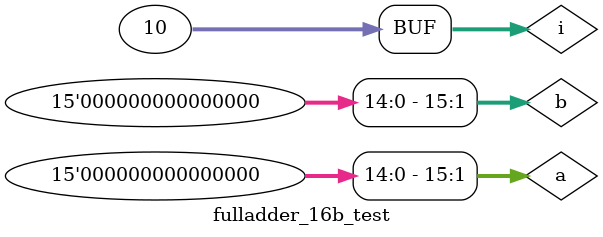
<source format=v>
module fulladder_16b_test;
reg [15:0] a, b;
wire [15:0] sum;
wire carry;
integer i;

fulladder_16b a0 (.a (a), .b (b), .carry (carry), .sum (sum));

initial begin
	a <= 0;
	b <= 0;
	
	//this section loops ten times to create random test cases

	for (i = 0; i < 10; i = i + 1) begin
		#10 a <= $random;
		    b <= $random;
	end
end
initial begin
	$monitor ("%t | a=%b | b=%b | sum=%b | carry=%b", $time, a, b, 
sum, carry);
	$dumpfile("fulladder_16b.vcd");
	$dumpvars();
	$display("\t\ttime");
end
endmodule


</source>
